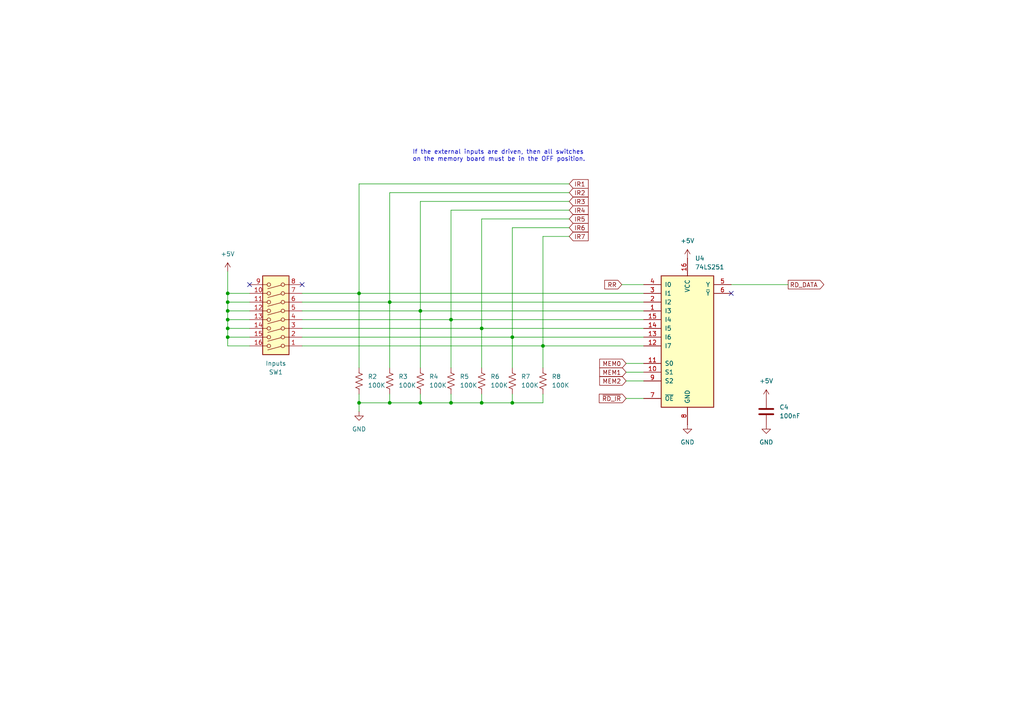
<source format=kicad_sch>
(kicad_sch (version 20231120) (generator "eeschema") (generator_version "8.0")
  (paper "A4")
  (title_block (title "UE1-TTL Memory Module") (date "2025") (rev "1") (comment 1 "Copyright (c) 2025 Rhys Weatherley") (comment 3 "Input Register"))
  (lib_symbols
    (symbol "74xx:74LS251" (pin_names (offset 1.016))
      (property "Reference" "U" (at -7.62 19.05 0))
      (property "Value" "74LS251" (at -7.62 -21.59 0))
      (symbol "74LS251_1_0"
        (pin input line (at -12.7 7.62 0) (length 5.08) (name "I3") (number "1"))
        (pin input line (at -12.7 -10.16 0) (length 5.08) (name "S1") (number "10"))
        (pin input line (at -12.7 -7.62 0) (length 5.08) (name "S0") (number "11"))
        (pin input line (at -12.7 -2.54 0) (length 5.08) (name "I7") (number "12"))
        (pin input line (at -12.7 0 0) (length 5.08) (name "I6") (number "13"))
        (pin input line (at -12.7 2.54 0) (length 5.08) (name "I5") (number "14"))
        (pin input line (at -12.7 5.08 0) (length 5.08) (name "I4") (number "15"))
        (pin power_in line (at 0 22.86 270) (length 5.08) (name "VCC") (number "16"))
        (pin input line (at -12.7 10.16 0) (length 5.08) (name "I2") (number "2"))
        (pin input line (at -12.7 12.7 0) (length 5.08) (name "I1") (number "3"))
        (pin input line (at -12.7 15.24 0) (length 5.08) (name "I0") (number "4"))
        (pin tri_state line (at 12.7 15.24 180) (length 5.08) (name "Y") (number "5"))
        (pin tri_state line (at 12.7 12.7 180) (length 5.08) (name "~{Y}") (number "6"))
        (pin input line (at -12.7 -17.78 0) (length 5.08) (name "~{OE}") (number "7"))
        (pin power_in line (at 0 -25.4 90) (length 5.08) (name "GND") (number "8"))
        (pin input line (at -12.7 -12.7 0) (length 5.08) (name "S2") (number "9"))
      )
      (symbol "74LS251_1_1"
        (rectangle (start -7.62 17.78) (end 7.62 -20.32) (stroke (width 0.254)) (fill (type background)))
      )
    )
    (symbol "Device:C" (pin_numbers hide) (pin_names (offset 0.254))
      (property "Reference" "C" (at 0.635 2.54 0))
      (property "Value" "C" (at 0.635 -2.54 0))
      (symbol "C_0_1"
        (polyline (pts (xy -2.032 -0.762) (xy 2.032 -0.762)) (stroke (width 0.508)))
        (polyline (pts (xy -2.032 0.762) (xy 2.032 0.762)) (stroke (width 0.508)))
      )
      (symbol "C_1_1"
        (pin passive line (at 0 3.81 270) (length 2.794) (name "~") (number "1"))
        (pin passive line (at 0 -3.81 90) (length 2.794) (name "~") (number "2"))
      )
    )
    (symbol "Device:R_US" (pin_numbers hide) (pin_names (offset 0))
      (property "Reference" "R" (at 2.54 0 90))
      (property "Value" "R_US" (at -2.54 0 90))
      (symbol "R_US_0_1"
        (polyline (pts (xy 0 -2.286) (xy 0 -2.54)))
        (polyline (pts (xy 0 2.286) (xy 0 2.54)))
        (polyline (pts (xy 0 -0.762) (xy 1.016 -1.143) (xy 0 -1.524) (xy -1.016 -1.905) (xy 0 -2.286)))
        (polyline (pts (xy 0 0.762) (xy 1.016 0.381) (xy 0 0) (xy -1.016 -0.381) (xy 0 -0.762)))
        (polyline (pts (xy 0 2.286) (xy 1.016 1.905) (xy 0 1.524) (xy -1.016 1.143) (xy 0 0.762)))
      )
      (symbol "R_US_1_1"
        (pin passive line (at 0 3.81 270) (length 1.27) (name "~") (number "1"))
        (pin passive line (at 0 -3.81 90) (length 1.27) (name "~") (number "2"))
      )
    )
    (symbol "Switch:SW_DIP_x08" (pin_names (offset 0) hide)
      (property "Reference" "SW" (at 0 13.97 0))
      (property "Value" "SW_DIP_x08" (at 0 -11.43 0))
      (symbol "SW_DIP_x08_0_0"
        (circle (center -2.032 -7.62) (radius 0.508))
        (circle (center -2.032 -5.08) (radius 0.508))
        (circle (center -2.032 -2.54) (radius 0.508))
        (circle (center -2.032 0) (radius 0.508))
        (circle (center -2.032 2.54) (radius 0.508))
        (circle (center -2.032 5.08) (radius 0.508))
        (circle (center -2.032 7.62) (radius 0.508))
        (circle (center -2.032 10.16) (radius 0.508))
        (polyline (pts (xy -1.524 -7.4676) (xy 2.3622 -6.4262)))
        (polyline (pts (xy -1.524 -4.9276) (xy 2.3622 -3.8862)))
        (polyline (pts (xy -1.524 -2.3876) (xy 2.3622 -1.3462)))
        (polyline (pts (xy -1.524 0.127) (xy 2.3622 1.1684)))
        (polyline (pts (xy -1.524 2.667) (xy 2.3622 3.7084)))
        (polyline (pts (xy -1.524 5.207) (xy 2.3622 6.2484)))
        (polyline (pts (xy -1.524 7.747) (xy 2.3622 8.7884)))
        (polyline (pts (xy -1.524 10.287) (xy 2.3622 11.3284)))
        (circle (center 2.032 -7.62) (radius 0.508))
        (circle (center 2.032 -5.08) (radius 0.508))
        (circle (center 2.032 -2.54) (radius 0.508))
        (circle (center 2.032 0) (radius 0.508))
        (circle (center 2.032 2.54) (radius 0.508))
        (circle (center 2.032 5.08) (radius 0.508))
        (circle (center 2.032 7.62) (radius 0.508))
        (circle (center 2.032 10.16) (radius 0.508))
      )
      (symbol "SW_DIP_x08_0_1"
        (rectangle (start -3.81 12.7) (end 3.81 -10.16) (stroke (width 0.254)) (fill (type background)))
      )
      (symbol "SW_DIP_x08_1_1"
        (pin passive line (at -7.62 10.16 0) (length 5.08) (name "~") (number "1"))
        (pin passive line (at 7.62 -5.08 180) (length 5.08) (name "~") (number "10"))
        (pin passive line (at 7.62 -2.54 180) (length 5.08) (name "~") (number "11"))
        (pin passive line (at 7.62 0 180) (length 5.08) (name "~") (number "12"))
        (pin passive line (at 7.62 2.54 180) (length 5.08) (name "~") (number "13"))
        (pin passive line (at 7.62 5.08 180) (length 5.08) (name "~") (number "14"))
        (pin passive line (at 7.62 7.62 180) (length 5.08) (name "~") (number "15"))
        (pin passive line (at 7.62 10.16 180) (length 5.08) (name "~") (number "16"))
        (pin passive line (at -7.62 7.62 0) (length 5.08) (name "~") (number "2"))
        (pin passive line (at -7.62 5.08 0) (length 5.08) (name "~") (number "3"))
        (pin passive line (at -7.62 2.54 0) (length 5.08) (name "~") (number "4"))
        (pin passive line (at -7.62 0 0) (length 5.08) (name "~") (number "5"))
        (pin passive line (at -7.62 -2.54 0) (length 5.08) (name "~") (number "6"))
        (pin passive line (at -7.62 -5.08 0) (length 5.08) (name "~") (number "7"))
        (pin passive line (at -7.62 -7.62 0) (length 5.08) (name "~") (number "8"))
        (pin passive line (at 7.62 -7.62 180) (length 5.08) (name "~") (number "9"))
      )
    )
    (symbol "power:+5V" (power) (pin_numbers hide) (pin_names (offset 0) hide)
      (property "Value" "+5V" (at 0 3.556 0))
      (symbol "+5V_0_1"
        (polyline (pts (xy -0.762 1.27) (xy 0 2.54)))
        (polyline (pts (xy 0 0) (xy 0 2.54)))
        (polyline (pts (xy 0 2.54) (xy 0.762 1.27)))
      )
      (symbol "+5V_1_1"
        (pin power_in line (at 0 0 90) (length 0) (name "~") (number "1"))
      )
    )
    (symbol "power:GND" (power) (pin_numbers hide) (pin_names (offset 0) hide)
      (property "Value" "GND" (at 0 -3.81 0))
      (symbol "GND_0_1"
        (polyline (pts (xy 0 0) (xy 0 -1.27) (xy 1.27 -1.27) (xy 0 -2.54) (xy -1.27 -1.27) (xy 0 -1.27)))
      )
      (symbol "GND_1_1"
        (pin power_in line (at 0 0 270) (length 0) (name "~") (number "1"))
      )
    )
  )
  (junction (at 66.04 87.63))
  (junction (at 113.03 116.84))
  (junction (at 66.04 97.79))
  (junction (at 121.92 116.84))
  (junction (at 121.92 90.17))
  (junction (at 113.03 87.63))
  (junction (at 139.7 95.25))
  (junction (at 139.7 116.84))
  (junction (at 148.59 116.84))
  (junction (at 148.59 97.79))
  (junction (at 104.14 85.09))
  (junction (at 104.14 116.84))
  (junction (at 66.04 90.17))
  (junction (at 130.81 116.84))
  (junction (at 66.04 92.71))
  (junction (at 66.04 95.25))
  (junction (at 66.04 85.09))
  (junction (at 130.81 92.71))
  (junction (at 157.48 100.33))
  (no_connect (at 87.63 82.55))
  (no_connect (at 212.09 85.09))
  (no_connect (at 72.39 82.55))
  (wire (pts (xy 130.81 60.96) (xy 165.1 60.96)))
  (wire (pts (xy 87.63 85.09) (xy 104.14 85.09)))
  (wire (pts (xy 104.14 114.3) (xy 104.14 116.84)))
  (wire (pts (xy 66.04 100.33) (xy 66.04 97.79)))
  (wire (pts (xy 113.03 55.88) (xy 113.03 87.63)))
  (wire (pts (xy 130.81 60.96) (xy 130.81 92.71)))
  (wire (pts (xy 66.04 78.74) (xy 66.04 85.09)))
  (wire (pts (xy 104.14 53.34) (xy 104.14 85.09)))
  (wire (pts (xy 87.63 100.33) (xy 157.48 100.33)))
  (wire (pts (xy 66.04 97.79) (xy 72.39 97.79)))
  (wire (pts (xy 148.59 97.79) (xy 148.59 106.68)))
  (wire (pts (xy 66.04 92.71) (xy 72.39 92.71)))
  (wire (pts (xy 157.48 100.33) (xy 186.69 100.33)))
  (wire (pts (xy 130.81 114.3) (xy 130.81 116.84)))
  (wire (pts (xy 87.63 92.71) (xy 130.81 92.71)))
  (wire (pts (xy 87.63 97.79) (xy 148.59 97.79)))
  (wire (pts (xy 66.04 97.79) (xy 66.04 95.25)))
  (wire (pts (xy 157.48 100.33) (xy 157.48 106.68)))
  (wire (pts (xy 121.92 114.3) (xy 121.92 116.84)))
  (wire (pts (xy 121.92 90.17) (xy 186.69 90.17)))
  (wire (pts (xy 113.03 55.88) (xy 165.1 55.88)))
  (wire (pts (xy 181.61 105.41) (xy 186.69 105.41)))
  (wire (pts (xy 66.04 90.17) (xy 72.39 90.17)))
  (wire (pts (xy 87.63 87.63) (xy 113.03 87.63)))
  (wire (pts (xy 66.04 92.71) (xy 66.04 90.17)))
  (wire (pts (xy 113.03 116.84) (xy 104.14 116.84)))
  (wire (pts (xy 66.04 95.25) (xy 72.39 95.25)))
  (wire (pts (xy 139.7 114.3) (xy 139.7 116.84)))
  (wire (pts (xy 139.7 95.25) (xy 139.7 106.68)))
  (wire (pts (xy 180.34 82.55) (xy 186.69 82.55)))
  (wire (pts (xy 72.39 100.33) (xy 66.04 100.33)))
  (wire (pts (xy 66.04 87.63) (xy 72.39 87.63)))
  (wire (pts (xy 130.81 92.71) (xy 186.69 92.71)))
  (wire (pts (xy 148.59 66.04) (xy 148.59 97.79)))
  (wire (pts (xy 66.04 90.17) (xy 66.04 87.63)))
  (wire (pts (xy 87.63 95.25) (xy 139.7 95.25)))
  (wire (pts (xy 148.59 114.3) (xy 148.59 116.84)))
  (wire (pts (xy 181.61 107.95) (xy 186.69 107.95)))
  (wire (pts (xy 181.61 110.49) (xy 186.69 110.49)))
  (wire (pts (xy 139.7 63.5) (xy 139.7 95.25)))
  (wire (pts (xy 139.7 95.25) (xy 186.69 95.25)))
  (wire (pts (xy 139.7 63.5) (xy 165.1 63.5)))
  (wire (pts (xy 130.81 92.71) (xy 130.81 106.68)))
  (wire (pts (xy 87.63 90.17) (xy 121.92 90.17)))
  (wire (pts (xy 181.61 115.57) (xy 186.69 115.57)))
  (wire (pts (xy 157.48 116.84) (xy 148.59 116.84)))
  (wire (pts (xy 148.59 66.04) (xy 165.1 66.04)))
  (wire (pts (xy 130.81 116.84) (xy 121.92 116.84)))
  (wire (pts (xy 66.04 95.25) (xy 66.04 92.71)))
  (wire (pts (xy 121.92 58.42) (xy 165.1 58.42)))
  (wire (pts (xy 157.48 114.3) (xy 157.48 116.84)))
  (wire (pts (xy 148.59 97.79) (xy 186.69 97.79)))
  (wire (pts (xy 121.92 116.84) (xy 113.03 116.84)))
  (wire (pts (xy 66.04 87.63) (xy 66.04 85.09)))
  (wire (pts (xy 104.14 116.84) (xy 104.14 119.38)))
  (wire (pts (xy 66.04 85.09) (xy 72.39 85.09)))
  (wire (pts (xy 139.7 116.84) (xy 130.81 116.84)))
  (wire (pts (xy 104.14 85.09) (xy 104.14 106.68)))
  (wire (pts (xy 157.48 68.58) (xy 165.1 68.58)))
  (wire (pts (xy 212.09 82.55) (xy 228.6 82.55)))
  (wire (pts (xy 157.48 68.58) (xy 157.48 100.33)))
  (wire (pts (xy 121.92 58.42) (xy 121.92 90.17)))
  (wire (pts (xy 113.03 87.63) (xy 186.69 87.63)))
  (wire (pts (xy 104.14 85.09) (xy 186.69 85.09)))
  (wire (pts (xy 121.92 90.17) (xy 121.92 106.68)))
  (wire (pts (xy 104.14 53.34) (xy 165.1 53.34)))
  (wire (pts (xy 113.03 87.63) (xy 113.03 106.68)))
  (wire (pts (xy 148.59 116.84) (xy 139.7 116.84)))
  (wire (pts (xy 113.03 114.3) (xy 113.03 116.84)))
  (text "If the external inputs are driven, then all switches\non the memory board must be in the OFF position." (at 119.634 45.212 0) (effects (font (size 1.27 1.27)) (justify left)))
  (global_label "IR1" (shape input) (at 165.1 53.34 0) (property "Intersheetrefs" "${INTERSHEET_REFS}" (effects (hide yes))))
  (global_label "MEM2" (shape input) (at 181.61 110.49 180) (property "Intersheetrefs" "${INTERSHEET_REFS}" (effects (hide yes))))
  (global_label "MEM1" (shape input) (at 181.61 107.95 180) (property "Intersheetrefs" "${INTERSHEET_REFS}" (effects (hide yes))))
  (global_label "RD_DATA" (shape output) (at 228.6 82.55 0) (property "Intersheetrefs" "${INTERSHEET_REFS}" (effects (hide yes))))
  (global_label "IR2" (shape input) (at 165.1 55.88 0) (property "Intersheetrefs" "${INTERSHEET_REFS}" (effects (hide yes))))
  (global_label "IR3" (shape input) (at 165.1 58.42 0) (property "Intersheetrefs" "${INTERSHEET_REFS}" (effects (hide yes))))
  (global_label "MEM0" (shape input) (at 181.61 105.41 180) (property "Intersheetrefs" "${INTERSHEET_REFS}" (effects (hide yes))))
  (global_label "IR7" (shape input) (at 165.1 68.58 0) (property "Intersheetrefs" "${INTERSHEET_REFS}" (effects (hide yes))))
  (global_label "RR" (shape input) (at 180.34 82.55 180) (property "Intersheetrefs" "${INTERSHEET_REFS}" (effects (hide yes))))
  (global_label "IR4" (shape input) (at 165.1 60.96 0) (property "Intersheetrefs" "${INTERSHEET_REFS}" (effects (hide yes))))
  (global_label "IR5" (shape input) (at 165.1 63.5 0) (property "Intersheetrefs" "${INTERSHEET_REFS}" (effects (hide yes))))
  (global_label "IR6" (shape input) (at 165.1 66.04 0) (property "Intersheetrefs" "${INTERSHEET_REFS}" (effects (hide yes))))
  (global_label "~{RD_IR}" (shape input) (at 181.61 115.57 180) (property "Intersheetrefs" "${INTERSHEET_REFS}" (effects (hide yes))))
  (symbol (lib_id "Device:R_US") (at 139.7 110.49 0) (unit 1)
    (property "Reference" "R6" (at 142.24 109.2199 0) (effects (justify left)))
    (property "Value" "100K" (at 142.24 111.7599 0) (effects (justify left)))
    (property "Footprint" "Resistor_THT:R_Axial_DIN0207_L6.3mm_D2.5mm_P7.62mm_Horizontal" (effects (hide yes)))
    (property "Description" "Resistor, US symbol" (effects (hide yes)))
  )
  (symbol (lib_id "Device:R_US") (at 130.81 110.49 0) (unit 1)
    (property "Reference" "R5" (at 133.35 109.2199 0) (effects (justify left)))
    (property "Value" "100K" (at 133.35 111.7599 0) (effects (justify left)))
    (property "Footprint" "Resistor_THT:R_Axial_DIN0207_L6.3mm_D2.5mm_P7.62mm_Horizontal" (effects (hide yes)))
    (property "Description" "Resistor, US symbol" (effects (hide yes)))
  )
  (symbol (lib_id "power:GND") (at 199.39 123.19 0) (unit 1)
    (property "Reference" "#PWR27" (effects (hide yes)))
    (property "Value" "GND" (at 199.39 128.27 0))
    (property "Description" "Power symbol creates a global label with name \"GND\" , ground" (effects (hide yes)))
  )
  (symbol (lib_id "power:GND") (at 222.25 123.19 0) (unit 1)
    (property "Reference" "#PWR29" (effects (hide yes)))
    (property "Value" "GND" (at 222.25 128.27 0))
    (property "Description" "Power symbol creates a global label with name \"GND\" , ground" (effects (hide yes)))
  )
  (symbol (lib_id "Device:C") (at 222.25 119.38 0) (unit 1)
    (property "Reference" "C4" (at 226.06 118.1099 0) (effects (justify left)))
    (property "Value" "100nF" (at 226.06 120.6499 0) (effects (justify left)))
    (property "Footprint" "Capacitor_THT:C_Disc_D5.0mm_W2.5mm_P5.00mm" (effects (hide yes)))
    (property "Description" "Unpolarized capacitor" (effects (hide yes)))
  )
  (symbol (lib_id "power:+5V") (at 222.25 115.57 0) (unit 1)
    (property "Reference" "#PWR28" (effects (hide yes)))
    (property "Value" "+5V" (at 222.25 110.49 0))
    (property "Description" "Power symbol creates a global label with name \"+5V\"" (effects (hide yes)))
  )
  (symbol (lib_id "74xx:74LS251") (at 199.39 97.79 0) (unit 1)
    (property "Reference" "U4" (at 201.5841 74.93 0) (effects (justify left)))
    (property "Value" "74LS251" (at 201.5841 77.47 0) (effects (justify left)))
    (property "Footprint" "Package_DIP:DIP-16_W7.62mm" (effects (hide yes)))
    (property "Datasheet" "http://www.ti.com/lit/gpn/sn74LS251" (effects (hide yes)))
    (property "Description" "Multiplexer 8 to 1, 3-state Outputs" (effects (hide yes)))
  )
  (symbol (lib_id "Device:R_US") (at 113.03 110.49 0) (unit 1)
    (property "Reference" "R3" (at 115.57 109.2199 0) (effects (justify left)))
    (property "Value" "100K" (at 115.57 111.7599 0) (effects (justify left)))
    (property "Footprint" "Resistor_THT:R_Axial_DIN0207_L6.3mm_D2.5mm_P7.62mm_Horizontal" (effects (hide yes)))
    (property "Description" "Resistor, US symbol" (effects (hide yes)))
  )
  (symbol (lib_id "Device:R_US") (at 148.59 110.49 0) (unit 1)
    (property "Reference" "R7" (at 151.13 109.2199 0) (effects (justify left)))
    (property "Value" "100K" (at 151.13 111.7599 0) (effects (justify left)))
    (property "Footprint" "Resistor_THT:R_Axial_DIN0207_L6.3mm_D2.5mm_P7.62mm_Horizontal" (effects (hide yes)))
    (property "Description" "Resistor, US symbol" (effects (hide yes)))
  )
  (symbol (lib_id "Device:R_US") (at 104.14 110.49 0) (unit 1)
    (property "Reference" "R2" (at 106.68 109.2199 0) (effects (justify left)))
    (property "Value" "100K" (at 106.68 111.7599 0) (effects (justify left)))
    (property "Footprint" "Resistor_THT:R_Axial_DIN0207_L6.3mm_D2.5mm_P7.62mm_Horizontal" (effects (hide yes)))
    (property "Description" "Resistor, US symbol" (effects (hide yes)))
  )
  (symbol (lib_id "Switch:SW_DIP_x08") (at 80.01 90.17 180) (unit 1)
    (property "Reference" "SW1" (at 80.01 107.95 0))
    (property "Value" "Inputs" (at 80.01 105.41 0))
    (property "Footprint" "Button_Switch_THT:SW_DIP_SPSTx08_Slide_6.7x21.88mm_W7.62mm_P2.54mm_LowProfile" (effects (hide yes)))
    (property "Description" "8x DIP Switch, Single Pole Single Throw (SPST) switch, small symbol" (effects (hide yes)))
  )
  (symbol (lib_id "power:GND") (at 104.14 119.38 0) (unit 1)
    (property "Reference" "#PWR25" (effects (hide yes)))
    (property "Value" "GND" (at 104.14 124.46 0))
    (property "Description" "Power symbol creates a global label with name \"GND\" , ground" (effects (hide yes)))
  )
  (symbol (lib_id "Device:R_US") (at 121.92 110.49 0) (unit 1)
    (property "Reference" "R4" (at 124.46 109.2199 0) (effects (justify left)))
    (property "Value" "100K" (at 124.46 111.7599 0) (effects (justify left)))
    (property "Footprint" "Resistor_THT:R_Axial_DIN0207_L6.3mm_D2.5mm_P7.62mm_Horizontal" (effects (hide yes)))
    (property "Description" "Resistor, US symbol" (effects (hide yes)))
  )
  (symbol (lib_id "Device:R_US") (at 157.48 110.49 0) (unit 1)
    (property "Reference" "R8" (at 160.02 109.2199 0) (effects (justify left)))
    (property "Value" "100K" (at 160.02 111.7599 0) (effects (justify left)))
    (property "Footprint" "Resistor_THT:R_Axial_DIN0207_L6.3mm_D2.5mm_P7.62mm_Horizontal" (effects (hide yes)))
    (property "Description" "Resistor, US symbol" (effects (hide yes)))
  )
  (symbol (lib_id "power:+5V") (at 66.04 78.74 0) (unit 1)
    (property "Reference" "#PWR24" (effects (hide yes)))
    (property "Value" "+5V" (at 66.04 73.66 0))
    (property "Description" "Power symbol creates a global label with name \"+5V\"" (effects (hide yes)))
  )
  (symbol (lib_id "power:+5V") (at 199.39 74.93 0) (unit 1)
    (property "Reference" "#PWR26" (effects (hide yes)))
    (property "Value" "+5V" (at 199.39 69.85 0))
    (property "Description" "Power symbol creates a global label with name \"+5V\"" (effects (hide yes)))
  )
)
</source>
